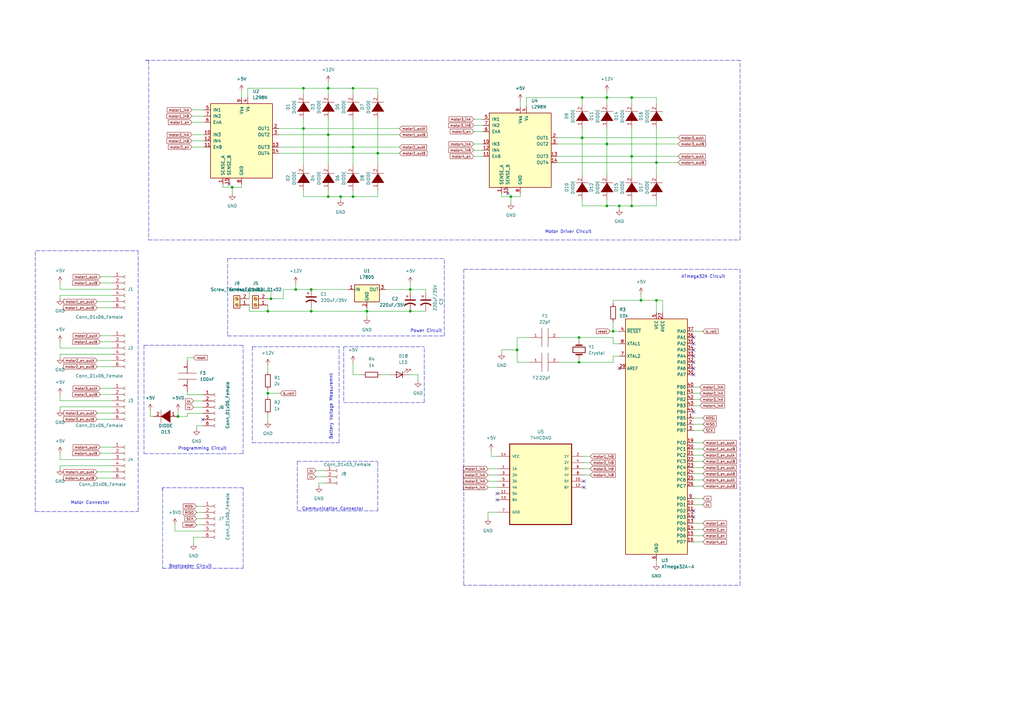
<source format=kicad_sch>
(kicad_sch (version 20211123) (generator eeschema)
  (paper "A3")
  (lib_symbols
    (symbol "74HC04D:74HC04D" (pin_names (offset 1.016))
      (property "Reference" "U" (at -5.4472 15.2217 0))
      (property "Value" "74HC04D" (at -4.5244 -24.9604 0))
      (symbol "74HC04D_0_0"
        (pin input line (at -17.78 2.54 0) (length 5.08) (name "1A") (number "1"))
        (pin output line (at 17.78 -2.54 180) (length 5.08) (name "5Y") (number "10"))
        (pin input line (at -17.78 -7.62 0) (length 5.08) (name "5A") (number "11"))
        (pin output line (at 17.78 -5.08 180) (length 5.08) (name "6Y") (number "12"))
        (pin input line (at -17.78 -10.16 0) (length 5.08) (name "6A") (number "13"))
        (pin power_in line (at -17.78 7.62 0) (length 5.08) (name "VCC") (number "14"))
        (pin output line (at 17.78 7.62 180) (length 5.08) (name "1Y") (number "2"))
        (pin input line (at -17.78 0 0) (length 5.08) (name "2A") (number "3"))
        (pin output line (at 17.78 5.08 180) (length 5.08) (name "2Y") (number "4"))
        (pin input line (at -17.78 -2.54 0) (length 5.08) (name "3A") (number "5"))
        (pin output line (at 17.78 2.54 180) (length 5.08) (name "3Y") (number "6"))
        (pin passive line (at -17.78 -15.24 0) (length 5.08) (name "GND") (number "7"))
        (pin output line (at 17.78 0 180) (length 5.08) (name "4Y") (number "8"))
        (pin input line (at -17.78 -5.08 0) (length 5.08) (name "4A") (number "9"))
      )
    )
    (symbol "Connector:Conn_01x03_Female" (pin_names (offset 1.016) hide)
      (property "Reference" "J" (at 0 5.08 0))
      (property "Value" "Conn_01x03_Female" (at 0 -5.08 0))
      (symbol "Conn_01x03_Female_1_1"
        (pin passive line (at -5.08 2.54 0) (length 3.81) (name "Pin_1") (number "1"))
        (pin passive line (at -5.08 0 0) (length 3.81) (name "Pin_2") (number "2"))
        (pin passive line (at -5.08 -2.54 0) (length 3.81) (name "Pin_3") (number "3"))
      )
    )
    (symbol "Connector:Conn_01x06_Female" (pin_names (offset 1.016) hide)
      (property "Reference" "J" (at 0 7.62 0))
      (property "Value" "Conn_01x06_Female" (at 0 -10.16 0))
      (symbol "Conn_01x06_Female_1_1"
        (pin passive line (at -5.08 5.08 0) (length 3.81) (name "Pin_1") (number "1"))
        (pin passive line (at -5.08 2.54 0) (length 3.81) (name "Pin_2") (number "2"))
        (pin passive line (at -5.08 0 0) (length 3.81) (name "Pin_3") (number "3"))
        (pin passive line (at -5.08 -2.54 0) (length 3.81) (name "Pin_4") (number "4"))
        (pin passive line (at -5.08 -5.08 0) (length 3.81) (name "Pin_5") (number "5"))
        (pin passive line (at -5.08 -7.62 0) (length 3.81) (name "Pin_6") (number "6"))
      )
    )
    (symbol "Connector:Screw_Terminal_01x02" (pin_names (offset 1.016) hide)
      (property "Reference" "J" (at 0 2.54 0))
      (property "Value" "Screw_Terminal_01x02" (at 0 -5.08 0))
      (symbol "Screw_Terminal_01x02_1_1"
        (pin passive line (at -5.08 0 0) (length 3.81) (name "Pin_1") (number "1"))
        (pin passive line (at -5.08 -2.54 0) (length 3.81) (name "Pin_2") (number "2"))
      )
    )
    (symbol "Device:C_Polarized_US" (pin_numbers hide) (pin_names (offset 0.254) hide)
      (property "Reference" "C" (at 0.635 2.54 0))
      (property "Value" "C_Polarized_US" (at 0.635 -2.54 0))
      (symbol "C_Polarized_US_1_1"
        (pin passive line (at 0 3.81 270) (length 2.794) (name "~") (number "1"))
        (pin passive line (at 0 -3.81 90) (length 3.302) (name "~") (number "2"))
      )
    )
    (symbol "Device:Crystal" (pin_numbers hide) (pin_names (offset 1.016) hide)
      (property "Reference" "Y" (at 0 3.81 0))
      (property "Value" "Crystal" (at 0 -3.81 0))
      (symbol "Crystal_1_1"
        (pin passive line (at -3.81 0 0) (length 1.27) (name "1") (number "1"))
        (pin passive line (at 3.81 0 180) (length 1.27) (name "2") (number "2"))
      )
    )
    (symbol "Device:LED" (pin_numbers hide) (pin_names (offset 1.016) hide)
      (property "Reference" "D" (at 0 2.54 0))
      (property "Value" "LED" (at 0 -2.54 0))
      (symbol "LED_1_1"
        (pin passive line (at -3.81 0 0) (length 2.54) (name "K") (number "1"))
        (pin passive line (at 3.81 0 180) (length 2.54) (name "A") (number "2"))
      )
    )
    (symbol "Device:R" (pin_numbers hide) (pin_names (offset 0))
      (property "Reference" "R" (at 2.032 0 90))
      (property "Value" "R" (at 0 0 90))
      (symbol "R_1_1"
        (pin passive line (at 0 3.81 270) (length 1.27) (name "~") (number "1"))
        (pin passive line (at 0 -3.81 90) (length 1.27) (name "~") (number "2"))
      )
    )
    (symbol "Driver_Motor:L298N" (pin_names (offset 1.016))
      (property "Reference" "U" (at -10.16 16.51 0))
      (property "Value" "L298N" (at 12.7 16.51 0))
      (symbol "L298N_1_1"
        (pin power_in line (at -7.62 -17.78 90) (length 2.54) (name "SENSE_A") (number "1"))
        (pin input line (at -15.24 2.54 0) (length 2.54) (name "IN3") (number "10"))
        (pin input line (at -15.24 -2.54 0) (length 2.54) (name "EnB") (number "11"))
        (pin input line (at -15.24 0 0) (length 2.54) (name "IN4") (number "12"))
        (pin output line (at 15.24 -2.54 180) (length 2.54) (name "OUT3") (number "13"))
        (pin output line (at 15.24 -5.08 180) (length 2.54) (name "OUT4") (number "14"))
        (pin power_in line (at -5.08 -17.78 90) (length 2.54) (name "SENSE_B") (number "15"))
        (pin output line (at 15.24 5.08 180) (length 2.54) (name "OUT1") (number "2"))
        (pin output line (at 15.24 2.54 180) (length 2.54) (name "OUT2") (number "3"))
        (pin power_in line (at 2.54 17.78 270) (length 2.54) (name "Vs") (number "4"))
        (pin input line (at -15.24 12.7 0) (length 2.54) (name "IN1") (number "5"))
        (pin input line (at -15.24 7.62 0) (length 2.54) (name "EnA") (number "6"))
        (pin input line (at -15.24 10.16 0) (length 2.54) (name "IN2") (number "7"))
        (pin power_in line (at 0 -17.78 90) (length 2.54) (name "GND") (number "8"))
        (pin power_in line (at 0 17.78 270) (length 2.54) (name "Vss") (number "9"))
      )
    )
    (symbol "MCU_Microchip_ATmega:ATmega32A-A"
      (property "Reference" "U" (at -12.7 49.53 0))
      (property "Value" "ATmega32A-A" (at 2.54 -49.53 0))
      (symbol "ATmega32A-A_1_1"
        (pin bidirectional line (at 15.24 7.62 180) (length 2.54) (name "PB5") (number "1"))
        (pin bidirectional line (at 15.24 -27.94 180) (length 2.54) (name "PD1") (number "10"))
        (pin bidirectional line (at 15.24 -30.48 180) (length 2.54) (name "PD2") (number "11"))
        (pin bidirectional line (at 15.24 -33.02 180) (length 2.54) (name "PD3") (number "12"))
        (pin bidirectional line (at 15.24 -35.56 180) (length 2.54) (name "PD4") (number "13"))
        (pin bidirectional line (at 15.24 -38.1 180) (length 2.54) (name "PD5") (number "14"))
        (pin bidirectional line (at 15.24 -40.64 180) (length 2.54) (name "PD6") (number "15"))
        (pin bidirectional line (at 15.24 -43.18 180) (length 2.54) (name "PD7") (number "16"))
        (pin passive line (at 0 50.8 270) (length 2.54) hide (name "VCC") (number "17"))
        (pin passive line (at 0 -50.8 90) (length 2.54) hide (name "GND") (number "18"))
        (pin bidirectional line (at 15.24 -2.54 180) (length 2.54) (name "PC0") (number "19"))
        (pin bidirectional line (at 15.24 5.08 180) (length 2.54) (name "PB6") (number "2"))
        (pin bidirectional line (at 15.24 -5.08 180) (length 2.54) (name "PC1") (number "20"))
        (pin bidirectional line (at 15.24 -7.62 180) (length 2.54) (name "PC2") (number "21"))
        (pin bidirectional line (at 15.24 -10.16 180) (length 2.54) (name "PC3") (number "22"))
        (pin bidirectional line (at 15.24 -12.7 180) (length 2.54) (name "PC4") (number "23"))
        (pin bidirectional line (at 15.24 -15.24 180) (length 2.54) (name "PC5") (number "24"))
        (pin bidirectional line (at 15.24 -17.78 180) (length 2.54) (name "PC6") (number "25"))
        (pin bidirectional line (at 15.24 -20.32 180) (length 2.54) (name "PC7") (number "26"))
        (pin power_in line (at 2.54 50.8 270) (length 2.54) (name "AVCC") (number "27"))
        (pin passive line (at 0 -50.8 90) (length 2.54) hide (name "GND") (number "28"))
        (pin passive line (at -15.24 27.94 0) (length 2.54) (name "AREF") (number "29"))
        (pin bidirectional line (at 15.24 2.54 180) (length 2.54) (name "PB7") (number "3"))
        (pin bidirectional line (at 15.24 25.4 180) (length 2.54) (name "PA7") (number "30"))
        (pin bidirectional line (at 15.24 27.94 180) (length 2.54) (name "PA6") (number "31"))
        (pin bidirectional line (at 15.24 30.48 180) (length 2.54) (name "PA5") (number "32"))
        (pin bidirectional line (at 15.24 33.02 180) (length 2.54) (name "PA4") (number "33"))
        (pin bidirectional line (at 15.24 35.56 180) (length 2.54) (name "PA3") (number "34"))
        (pin bidirectional line (at 15.24 38.1 180) (length 2.54) (name "PA2") (number "35"))
        (pin bidirectional line (at 15.24 40.64 180) (length 2.54) (name "PA1") (number "36"))
        (pin bidirectional line (at 15.24 43.18 180) (length 2.54) (name "PA0") (number "37"))
        (pin passive line (at 0 50.8 270) (length 2.54) hide (name "VCC") (number "38"))
        (pin passive line (at 0 -50.8 90) (length 2.54) hide (name "GND") (number "39"))
        (pin input line (at -15.24 43.18 0) (length 2.54) (name "~{RESET}") (number "4"))
        (pin bidirectional line (at 15.24 20.32 180) (length 2.54) (name "PB0") (number "40"))
        (pin bidirectional line (at 15.24 17.78 180) (length 2.54) (name "PB1") (number "41"))
        (pin bidirectional line (at 15.24 15.24 180) (length 2.54) (name "PB2") (number "42"))
        (pin bidirectional line (at 15.24 12.7 180) (length 2.54) (name "PB3") (number "43"))
        (pin bidirectional line (at 15.24 10.16 180) (length 2.54) (name "PB4") (number "44"))
        (pin power_in line (at 0 50.8 270) (length 2.54) (name "VCC") (number "5"))
        (pin power_in line (at 0 -50.8 90) (length 2.54) (name "GND") (number "6"))
        (pin output line (at -15.24 33.02 0) (length 2.54) (name "XTAL2") (number "7"))
        (pin input line (at -15.24 38.1 0) (length 2.54) (name "XTAL1") (number "8"))
        (pin bidirectional line (at 15.24 -25.4 180) (length 2.54) (name "PD0") (number "9"))
      )
    )
    (symbol "Regulator_Linear:L7805" (pin_names (offset 0.254))
      (property "Reference" "U" (at -3.81 3.175 0))
      (property "Value" "L7805" (at 0 3.175 0))
      (symbol "L7805_1_1"
        (pin power_in line (at -7.62 0 0) (length 2.54) (name "IN") (number "1"))
        (pin power_in line (at 0 -7.62 90) (length 2.54) (name "GND") (number "2"))
        (pin power_out line (at 7.62 0 180) (length 2.54) (name "OUT") (number "3"))
      )
    )
    (symbol "power:+12V" (power) (pin_names (offset 0))
      (property "Value" "+12V" (at 0 3.556 0))
      (symbol "+12V_1_1"
        (pin power_in line (at 0 0 90) (length 0) hide (name "+12V") (number "1"))
      )
    )
    (symbol "power:+5V" (power) (pin_names (offset 0))
      (property "Value" "+5V" (at 0 3.556 0))
      (symbol "+5V_1_1"
        (pin power_in line (at 0 0 90) (length 0) hide (name "+5V") (number "1"))
      )
    )
    (symbol "power:+5VD" (power) (pin_names (offset 0))
      (property "Value" "+5VD" (at 0 3.556 0))
      (symbol "+5VD_1_1"
        (pin power_in line (at 0 0 90) (length 0) hide (name "+5VD") (number "1"))
      )
    )
    (symbol "power:GND" (power) (pin_names (offset 0))
      (property "Value" "GND" (at 0 -3.81 0))
      (symbol "GND_1_1"
        (pin power_in line (at 0 0 270) (length 0) hide (name "GND") (number "1"))
      )
    )
    (symbol "pspice:CAP" (pin_names (offset 0.254))
      (property "Reference" "C" (at 2.54 3.81 90))
      (property "Value" "CAP" (at 2.54 -3.81 90))
      (symbol "CAP_1_1"
        (pin passive line (at 0 6.35 270) (length 5.08) (name "~") (number "1"))
        (pin passive line (at 0 -6.35 90) (length 5.08) (name "~") (number "2"))
      )
    )
    (symbol "pspice:DIODE" (pin_names (offset 1.016) hide)
      (property "Reference" "D" (at 0 3.81 0))
      (property "Value" "DIODE" (at 0 -4.445 0))
      (symbol "DIODE_1_1"
        (pin input line (at -5.08 0 0) (length 3.81) (name "K") (number "1"))
        (pin input line (at 5.08 0 180) (length 3.81) (name "A") (number "2"))
      )
    )
  )
  (junction (at 262.89 123.19))
  (junction (at 150.495 127.635))
  (junction (at 134.62 36.195))
  (junction (at 111.125 122.555))
  (junction (at 238.76 56.515))
  (junction (at 209.55 80.645))
  (junction (at 248.92 59.055))
  (junction (at 259.08 84.455))
  (junction (at 254 84.455))
  (junction (at 127.635 118.745))
  (junction (at 109.855 127.635))
  (junction (at 127.635 127.635))
  (junction (at 259.08 64.135))
  (junction (at 248.92 84.455))
  (junction (at 109.855 161.29))
  (junction (at 144.78 36.195))
  (junction (at 269.24 123.19))
  (junction (at 144.78 60.325))
  (junction (at 212.09 143.51))
  (junction (at 121.285 118.745))
  (junction (at 259.08 40.005))
  (junction (at 154.94 62.865))
  (junction (at 73.025 170.815))
  (junction (at 251.46 135.89))
  (junction (at 238.76 40.005))
  (junction (at 269.24 66.675))
  (junction (at 168.275 118.745))
  (junction (at 134.62 55.245))
  (junction (at 124.46 52.705))
  (junction (at 237.49 148.59))
  (junction (at 168.275 127.635))
  (junction (at 248.92 40.005))
  (junction (at 124.46 36.195))
  (junction (at 144.78 80.645))
  (junction (at 134.62 80.645))
  (junction (at 139.7 80.645))
  (junction (at 95.25 76.835))
  (junction (at 237.49 138.43))
  (no_connect (at 93.98 75.565))
  (no_connect (at 203.962 204.978))
  (no_connect (at 239.522 199.898))
  (no_connect (at 284.48 140.97))
  (no_connect (at 284.48 151.13))
  (no_connect (at 203.962 202.438))
  (no_connect (at 254 151.13))
  (no_connect (at 284.48 143.51))
  (no_connect (at 208.28 79.375))
  (no_connect (at 284.48 212.09))
  (no_connect (at 239.522 197.358))
  (no_connect (at 284.48 209.55))
  (no_connect (at 284.48 148.59))
  (no_connect (at 284.48 146.05))
  (no_connect (at 83.185 172.085))
  (no_connect (at 284.48 153.67))
  (no_connect (at 284.48 168.91))
  (no_connect (at 284.48 138.43))
  (wire (pts (xy 238.76 84.455) (xy 248.92 84.455)))
  (wire (pts (xy 78.74 60.325) (xy 83.82 60.325)))
  (wire (pts (xy 144.78 78.105) (xy 144.78 80.645)))
  (wire (pts (xy 46.228 166.878) (xy 24.638 166.878)))
  (wire (pts (xy 251.46 135.89) (xy 254 135.89)))
  (polyline (pts (xy 99.695 233.045) (xy 99.695 200.025)))
  (polyline (pts (xy 59.69 24.765) (xy 60.96 24.765)))
  (wire (pts (xy 101.6 36.195) (xy 124.46 36.195)))
  (wire (pts (xy 39.878 147.828) (xy 46.228 147.828)))
  (wire (pts (xy 116.205 122.555) (xy 116.205 118.745)))
  (wire (pts (xy 139.7 80.645) (xy 144.78 80.645)))
  (polyline (pts (xy 198.12 240.03) (xy 190.246 240.03)))
  (wire (pts (xy 76.835 170.815) (xy 76.835 169.545)))
  (wire (pts (xy 174.625 118.745) (xy 174.625 120.015)))
  (wire (pts (xy 213.36 41.275) (xy 213.36 43.815)))
  (wire (pts (xy 109.855 170.18) (xy 109.855 172.72)))
  (wire (pts (xy 109.855 122.555) (xy 111.125 122.555)))
  (wire (pts (xy 114.3 62.865) (xy 154.94 62.865)))
  (wire (pts (xy 61.595 168.275) (xy 61.595 170.815)))
  (wire (pts (xy 238.76 56.515) (xy 238.76 71.755)))
  (wire (pts (xy 154.94 62.865) (xy 154.94 67.945)))
  (wire (pts (xy 262.89 123.19) (xy 269.24 123.19)))
  (wire (pts (xy 144.78 148.59) (xy 144.78 153.67)))
  (wire (pts (xy 24.638 161.798) (xy 24.638 164.338)))
  (wire (pts (xy 39.878 171.958) (xy 46.228 171.958)))
  (wire (pts (xy 171.45 153.67) (xy 171.45 156.21)))
  (wire (pts (xy 194.31 53.975) (xy 198.12 53.975)))
  (wire (pts (xy 39.878 150.368) (xy 46.228 150.368)))
  (wire (pts (xy 239.522 192.278) (xy 242.062 192.278)))
  (polyline (pts (xy 59.055 141.605) (xy 59.055 186.055)))
  (polyline (pts (xy 56.642 102.87) (xy 56.642 209.804)))
  (wire (pts (xy 154.94 62.865) (xy 163.83 62.865)))
  (polyline (pts (xy 121.92 189.23) (xy 121.92 209.55)))
  (wire (pts (xy 111.125 119.38) (xy 111.125 122.555)))
  (wire (pts (xy 284.48 181.61) (xy 288.29 181.61)))
  (wire (pts (xy 99.06 37.465) (xy 99.06 40.005)))
  (wire (pts (xy 194.31 48.895) (xy 198.12 48.895)))
  (wire (pts (xy 101.6 40.005) (xy 101.6 36.195)))
  (wire (pts (xy 194.31 59.055) (xy 198.12 59.055)))
  (wire (pts (xy 39.878 126.238) (xy 46.228 126.238)))
  (wire (pts (xy 124.46 78.105) (xy 124.46 80.645)))
  (polyline (pts (xy 198.12 110.49) (xy 303.53 110.49)))
  (polyline (pts (xy 198.12 240.03) (xy 303.53 240.03)))
  (polyline (pts (xy 182.245 137.795) (xy 182.245 106.045)))
  (wire (pts (xy 71.755 215.265) (xy 71.755 217.805)))
  (wire (pts (xy 228.6 56.515) (xy 238.76 56.515)))
  (polyline (pts (xy 103.505 181.61) (xy 139.065 181.61)))
  (wire (pts (xy 158.115 118.745) (xy 168.275 118.745)))
  (wire (pts (xy 46.228 191.008) (xy 24.638 191.008)))
  (wire (pts (xy 259.08 84.455) (xy 269.24 84.455)))
  (wire (pts (xy 79.375 220.345) (xy 79.375 222.885)))
  (wire (pts (xy 24.638 185.928) (xy 24.638 188.468)))
  (wire (pts (xy 156.21 153.67) (xy 160.02 153.67)))
  (wire (pts (xy 124.46 36.195) (xy 134.62 36.195)))
  (wire (pts (xy 71.755 217.805) (xy 83.185 217.805)))
  (wire (pts (xy 24.638 191.008) (xy 24.638 192.278)))
  (wire (pts (xy 168.275 118.745) (xy 168.275 120.015)))
  (wire (pts (xy 254 84.455) (xy 259.08 84.455)))
  (polyline (pts (xy 154.94 209.55) (xy 154.94 189.23)))
  (polyline (pts (xy 59.055 141.605) (xy 99.695 141.605)))
  (wire (pts (xy 168.275 116.205) (xy 168.275 118.745)))
  (wire (pts (xy 41.148 159.258) (xy 46.228 159.258)))
  (wire (pts (xy 238.76 81.915) (xy 238.76 84.455)))
  (wire (pts (xy 41.148 113.538) (xy 46.228 113.538)))
  (wire (pts (xy 24.638 142.748) (xy 46.228 142.748)))
  (polyline (pts (xy 173.99 165.1) (xy 173.99 142.24)))
  (wire (pts (xy 76.835 169.545) (xy 83.185 169.545)))
  (wire (pts (xy 133.35 198.12) (xy 130.81 198.12)))
  (wire (pts (xy 41.148 137.668) (xy 46.228 137.668)))
  (wire (pts (xy 284.48 189.23) (xy 288.29 189.23)))
  (wire (pts (xy 154.94 48.895) (xy 154.94 62.865)))
  (polyline (pts (xy 190.246 240.03) (xy 190.246 110.49)))
  (wire (pts (xy 203.962 210.058) (xy 200.152 210.058)))
  (wire (pts (xy 79.375 146.685) (xy 76.835 146.685)))
  (wire (pts (xy 284.48 214.63) (xy 288.29 214.63)))
  (polyline (pts (xy 66.675 200.025) (xy 66.675 233.045)))
  (wire (pts (xy 61.595 170.815) (xy 62.865 170.815)))
  (wire (pts (xy 228.6 66.675) (xy 269.24 66.675)))
  (wire (pts (xy 251.46 123.19) (xy 262.89 123.19)))
  (wire (pts (xy 134.62 36.195) (xy 144.78 36.195)))
  (polyline (pts (xy 14.478 103.124) (xy 14.478 209.804)))
  (wire (pts (xy 250.19 135.89) (xy 251.46 135.89)))
  (wire (pts (xy 237.49 148.59) (xy 251.46 148.59)))
  (wire (pts (xy 80.645 174.625) (xy 80.645 175.895)))
  (wire (pts (xy 238.76 56.515) (xy 278.13 56.515)))
  (wire (pts (xy 24.638 166.878) (xy 24.638 168.148)))
  (polyline (pts (xy 99.695 200.025) (xy 66.675 200.025)))
  (wire (pts (xy 134.62 55.245) (xy 134.62 67.945)))
  (wire (pts (xy 259.08 64.135) (xy 259.08 71.755)))
  (wire (pts (xy 284.48 207.01) (xy 288.29 207.01)))
  (wire (pts (xy 209.55 80.645) (xy 209.55 83.185)))
  (wire (pts (xy 269.24 66.675) (xy 269.24 71.755)))
  (wire (pts (xy 239.522 187.198) (xy 242.062 187.198)))
  (wire (pts (xy 284.48 191.77) (xy 288.29 191.77)))
  (polyline (pts (xy 103.505 142.24) (xy 103.505 181.61)))
  (wire (pts (xy 109.855 160.02) (xy 109.855 161.29)))
  (wire (pts (xy 259.08 40.005) (xy 259.08 42.545)))
  (wire (pts (xy 194.31 64.135) (xy 198.12 64.135)))
  (wire (pts (xy 201.422 187.198) (xy 203.962 187.198)))
  (wire (pts (xy 41.148 161.798) (xy 46.228 161.798)))
  (wire (pts (xy 201.422 184.658) (xy 201.422 187.198)))
  (wire (pts (xy 144.78 60.325) (xy 163.83 60.325)))
  (wire (pts (xy 251.46 124.46) (xy 251.46 123.19)))
  (wire (pts (xy 284.48 184.15) (xy 288.29 184.15)))
  (polyline (pts (xy 14.478 209.804) (xy 56.642 209.804)))
  (wire (pts (xy 194.31 51.435) (xy 198.12 51.435)))
  (wire (pts (xy 114.3 52.705) (xy 124.46 52.705)))
  (wire (pts (xy 238.76 40.005) (xy 248.92 40.005)))
  (wire (pts (xy 78.74 47.625) (xy 83.82 47.625)))
  (wire (pts (xy 24.638 116.078) (xy 24.638 118.618)))
  (wire (pts (xy 134.62 33.655) (xy 134.62 36.195)))
  (polyline (pts (xy 60.96 24.765) (xy 60.96 98.425)))
  (wire (pts (xy 251.46 138.43) (xy 251.46 140.97)))
  (wire (pts (xy 41.148 183.388) (xy 46.228 183.388)))
  (wire (pts (xy 116.205 118.745) (xy 121.285 118.745)))
  (wire (pts (xy 134.62 36.195) (xy 134.62 38.735)))
  (wire (pts (xy 95.25 76.835) (xy 99.06 76.835)))
  (polyline (pts (xy 14.732 102.87) (xy 56.642 102.87)))
  (polyline (pts (xy 99.695 186.055) (xy 99.695 141.605)))
  (wire (pts (xy 251.46 140.97) (xy 254 140.97)))
  (wire (pts (xy 205.74 79.375) (xy 205.74 80.645)))
  (wire (pts (xy 127.635 127.635) (xy 150.495 127.635)))
  (wire (pts (xy 269.24 40.005) (xy 269.24 42.545)))
  (wire (pts (xy 102.235 125.095) (xy 102.235 127.635)))
  (wire (pts (xy 80.645 207.645) (xy 83.185 207.645)))
  (wire (pts (xy 24.638 140.208) (xy 24.638 142.748)))
  (wire (pts (xy 129.54 193.04) (xy 133.35 193.04)))
  (wire (pts (xy 91.44 75.565) (xy 91.44 76.835)))
  (wire (pts (xy 248.92 84.455) (xy 254 84.455)))
  (wire (pts (xy 24.638 164.338) (xy 46.228 164.338)))
  (wire (pts (xy 144.78 60.325) (xy 144.78 67.945)))
  (wire (pts (xy 24.638 121.158) (xy 24.638 122.428)))
  (wire (pts (xy 167.64 153.67) (xy 171.45 153.67)))
  (wire (pts (xy 24.638 145.288) (xy 24.638 146.558)))
  (wire (pts (xy 205.74 80.645) (xy 209.55 80.645)))
  (polyline (pts (xy 66.675 200.025) (xy 66.675 201.295)))
  (wire (pts (xy 254 84.455) (xy 254 85.725)))
  (wire (pts (xy 134.62 80.645) (xy 134.62 78.105)))
  (wire (pts (xy 284.48 186.69) (xy 288.29 186.69)))
  (wire (pts (xy 41.148 185.928) (xy 46.228 185.928)))
  (wire (pts (xy 251.46 146.05) (xy 254 146.05)))
  (wire (pts (xy 212.09 143.51) (xy 212.09 148.59)))
  (polyline (pts (xy 140.97 165.1) (xy 173.99 165.1)))
  (polyline (pts (xy 66.675 233.045) (xy 99.695 233.045)))
  (wire (pts (xy 127.635 127.635) (xy 127.635 126.365)))
  (wire (pts (xy 200.152 194.818) (xy 203.962 194.818)))
  (wire (pts (xy 102.235 122.555) (xy 102.235 119.38)))
  (wire (pts (xy 212.09 148.59) (xy 217.17 148.59)))
  (wire (pts (xy 228.6 64.135) (xy 259.08 64.135)))
  (wire (pts (xy 73.025 168.275) (xy 73.025 170.815)))
  (wire (pts (xy 212.09 138.43) (xy 212.09 143.51)))
  (wire (pts (xy 114.3 55.245) (xy 134.62 55.245)))
  (wire (pts (xy 269.24 66.675) (xy 278.13 66.675)))
  (wire (pts (xy 109.855 161.29) (xy 114.935 161.29)))
  (wire (pts (xy 79.375 164.465) (xy 83.185 164.465)))
  (wire (pts (xy 109.855 125.095) (xy 109.855 127.635)))
  (wire (pts (xy 215.9 40.005) (xy 238.76 40.005)))
  (wire (pts (xy 78.74 55.245) (xy 83.82 55.245)))
  (wire (pts (xy 229.87 138.43) (xy 237.49 138.43)))
  (polyline (pts (xy 139.065 181.61) (xy 139.065 142.24)))
  (wire (pts (xy 80.645 212.725) (xy 83.185 212.725)))
  (wire (pts (xy 76.835 161.925) (xy 83.185 161.925)))
  (polyline (pts (xy 59.69 24.765) (xy 303.53 24.765)))
  (wire (pts (xy 205.74 143.51) (xy 212.09 143.51)))
  (wire (pts (xy 76.835 146.685) (xy 76.835 147.955)))
  (wire (pts (xy 251.46 132.08) (xy 251.46 135.89)))
  (wire (pts (xy 109.855 149.86) (xy 109.855 152.4)))
  (wire (pts (xy 259.08 52.705) (xy 259.08 64.135)))
  (wire (pts (xy 102.235 127.635) (xy 109.855 127.635)))
  (wire (pts (xy 144.78 36.195) (xy 144.78 38.735)))
  (wire (pts (xy 284.48 219.71) (xy 288.29 219.71)))
  (wire (pts (xy 41.148 140.208) (xy 46.228 140.208)))
  (wire (pts (xy 262.89 120.65) (xy 262.89 123.19)))
  (wire (pts (xy 39.878 193.548) (xy 46.228 193.548)))
  (wire (pts (xy 205.74 144.78) (xy 205.74 143.51)))
  (wire (pts (xy 217.17 138.43) (xy 212.09 138.43)))
  (wire (pts (xy 284.48 171.45) (xy 288.29 171.45)))
  (polyline (pts (xy 60.96 98.425) (xy 303.53 98.425)))
  (wire (pts (xy 194.31 61.595) (xy 198.12 61.595)))
  (wire (pts (xy 200.152 199.898) (xy 203.962 199.898)))
  (wire (pts (xy 24.638 188.468) (xy 46.228 188.468)))
  (wire (pts (xy 39.878 196.088) (xy 46.228 196.088)))
  (wire (pts (xy 284.48 204.47) (xy 288.29 204.47)))
  (wire (pts (xy 213.36 80.645) (xy 213.36 79.375)))
  (wire (pts (xy 238.76 52.705) (xy 238.76 56.515)))
  (wire (pts (xy 134.62 48.895) (xy 134.62 55.245)))
  (wire (pts (xy 124.46 48.895) (xy 124.46 52.705)))
  (wire (pts (xy 259.08 40.005) (xy 269.24 40.005)))
  (wire (pts (xy 284.48 173.99) (xy 288.29 173.99)))
  (wire (pts (xy 237.49 147.32) (xy 237.49 148.59)))
  (wire (pts (xy 39.878 123.698) (xy 46.228 123.698)))
  (wire (pts (xy 124.46 80.645) (xy 134.62 80.645)))
  (wire (pts (xy 83.185 220.345) (xy 79.375 220.345)))
  (wire (pts (xy 269.24 84.455) (xy 269.24 81.915)))
  (wire (pts (xy 150.495 127.635) (xy 150.495 130.175)))
  (wire (pts (xy 284.48 135.89) (xy 288.29 135.89)))
  (wire (pts (xy 134.62 55.245) (xy 163.83 55.245)))
  (wire (pts (xy 129.54 195.58) (xy 133.35 195.58)))
  (wire (pts (xy 109.855 161.29) (xy 109.855 162.56)))
  (wire (pts (xy 124.46 36.195) (xy 124.46 38.735)))
  (wire (pts (xy 73.025 170.815) (xy 76.835 170.815)))
  (wire (pts (xy 78.74 57.785) (xy 83.82 57.785)))
  (wire (pts (xy 269.24 52.705) (xy 269.24 66.675)))
  (wire (pts (xy 200.152 210.058) (xy 200.152 212.598)))
  (wire (pts (xy 83.185 174.625) (xy 80.645 174.625)))
  (polyline (pts (xy 93.345 106.045) (xy 182.245 106.045)))
  (wire (pts (xy 269.24 123.19) (xy 271.78 123.19)))
  (wire (pts (xy 259.08 64.135) (xy 278.13 64.135)))
  (wire (pts (xy 248.92 37.465) (xy 248.92 40.005)))
  (wire (pts (xy 200.152 197.358) (xy 203.962 197.358)))
  (wire (pts (xy 248.92 52.705) (xy 248.92 59.055)))
  (wire (pts (xy 248.92 84.455) (xy 248.92 81.915)))
  (polyline (pts (xy 121.92 189.23) (xy 154.94 189.23)))
  (wire (pts (xy 41.148 116.078) (xy 46.228 116.078)))
  (wire (pts (xy 24.638 118.618) (xy 46.228 118.618)))
  (wire (pts (xy 76.835 160.655) (xy 76.835 161.925)))
  (wire (pts (xy 168.275 127.635) (xy 174.625 127.635)))
  (polyline (pts (xy 140.97 142.24) (xy 140.97 165.1)))
  (wire (pts (xy 168.275 118.745) (xy 174.625 118.745)))
  (wire (pts (xy 284.48 166.37) (xy 287.02 166.37)))
  (wire (pts (xy 150.495 127.635) (xy 150.495 126.365)))
  (wire (pts (xy 248.92 59.055) (xy 278.13 59.055)))
  (wire (pts (xy 248.92 59.055) (xy 248.92 71.755)))
  (wire (pts (xy 91.44 76.835) (xy 95.25 76.835)))
  (wire (pts (xy 127.635 118.745) (xy 142.875 118.745)))
  (polyline (pts (xy 121.92 209.55) (xy 154.94 209.55)))
  (polyline (pts (xy 103.505 142.24) (xy 139.065 142.24)))
  (wire (pts (xy 124.46 52.705) (xy 163.83 52.705)))
  (wire (pts (xy 259.08 81.915) (xy 259.08 84.455)))
  (wire (pts (xy 78.74 50.165) (xy 83.82 50.165)))
  (polyline (pts (xy 140.97 142.24) (xy 173.99 142.24)))
  (wire (pts (xy 269.24 123.19) (xy 269.24 128.27)))
  (wire (pts (xy 284.48 222.25) (xy 288.29 222.25)))
  (wire (pts (xy 130.81 198.12) (xy 130.81 199.39)))
  (wire (pts (xy 238.76 40.005) (xy 238.76 42.545)))
  (wire (pts (xy 239.522 189.738) (xy 242.062 189.738)))
  (wire (pts (xy 121.285 116.205) (xy 121.285 118.745)))
  (wire (pts (xy 228.6 59.055) (xy 248.92 59.055)))
  (wire (pts (xy 111.125 122.555) (xy 116.205 122.555)))
  (wire (pts (xy 80.645 215.265) (xy 83.185 215.265)))
  (wire (pts (xy 251.46 148.59) (xy 251.46 146.05)))
  (wire (pts (xy 209.55 80.645) (xy 213.36 80.645)))
  (polyline (pts (xy 93.345 106.045) (xy 93.345 137.795)))
  (polyline (pts (xy 190.246 110.49) (xy 198.374 110.49)))
  (polyline (pts (xy 93.345 137.795) (xy 182.245 137.795)))
  (wire (pts (xy 284.48 196.85) (xy 288.29 196.85)))
  (wire (pts (xy 215.9 43.815) (xy 215.9 40.005)))
  (wire (pts (xy 79.375 167.005) (xy 83.185 167.005)))
  (wire (pts (xy 139.7 80.645) (xy 139.7 81.915)))
  (wire (pts (xy 80.645 210.185) (xy 83.185 210.185)))
  (wire (pts (xy 46.228 145.288) (xy 24.638 145.288)))
  (wire (pts (xy 39.878 169.418) (xy 46.228 169.418)))
  (polyline (pts (xy 59.055 186.055) (xy 99.695 186.055)))
  (wire (pts (xy 134.62 80.645) (xy 139.7 80.645)))
  (wire (pts (xy 237.49 138.43) (xy 251.46 138.43)))
  (wire (pts (xy 124.46 52.705) (xy 124.46 67.945)))
  (wire (pts (xy 144.78 48.895) (xy 144.78 60.325)))
  (wire (pts (xy 239.522 194.818) (xy 242.062 194.818)))
  (wire (pts (xy 102.235 119.38) (xy 111.125 119.38)))
  (wire (pts (xy 114.3 60.325) (xy 144.78 60.325)))
  (wire (pts (xy 99.06 76.835) (xy 99.06 75.565)))
  (wire (pts (xy 284.48 199.39) (xy 288.29 199.39)))
  (polyline (pts (xy 303.53 98.425) (xy 303.53 24.765)))
  (wire (pts (xy 284.48 217.17) (xy 288.29 217.17)))
  (wire (pts (xy 144.78 153.67) (xy 148.59 153.67)))
  (wire (pts (xy 248.92 40.005) (xy 248.92 42.545)))
  (wire (pts (xy 95.25 76.835) (xy 95.25 79.375)))
  (wire (pts (xy 200.152 192.278) (xy 203.962 192.278)))
  (wire (pts (xy 109.855 127.635) (xy 127.635 127.635)))
  (wire (pts (xy 154.94 80.645) (xy 154.94 78.105)))
  (wire (pts (xy 284.48 194.31) (xy 288.29 194.31)))
  (polyline (pts (xy 303.53 240.03) (xy 303.53 110.49)))
  (wire (pts (xy 284.48 163.83) (xy 287.02 163.83)))
  (wire (pts (xy 121.285 118.745) (xy 127.635 118.745)))
  (wire (pts (xy 284.48 158.75) (xy 287.02 158.75)))
  (wire (pts (xy 144.78 36.195) (xy 154.94 36.195)))
  (wire (pts (xy 46.228 121.158) (xy 24.638 121.158)))
  (wire (pts (xy 229.87 148.59) (xy 237.49 148.59)))
  (wire (pts (xy 78.74 45.085) (xy 83.82 45.085)))
  (wire (pts (xy 248.92 40.005) (xy 259.08 40.005)))
  (wire (pts (xy 284.48 176.53) (xy 288.29 176.53)))
  (wire (pts (xy 154.94 36.195) (xy 154.94 38.735)))
  (wire (pts (xy 237.49 139.7) (xy 237.49 138.43)))
  (wire (pts (xy 271.78 123.19) (xy 271.78 128.27)))
  (wire (pts (xy 144.78 80.645) (xy 154.94 80.645)))
  (wire (pts (xy 150.495 127.635) (xy 168.275 127.635)))
  (wire (pts (xy 284.48 161.29) (xy 287.02 161.29)))
  (wire (pts (xy 269.24 229.87) (xy 269.24 231.14)))
  (text "Battery Voltage Measuremnt\n" (at 136.525 180.34 90) (effects (font (size 1.27 1.27)) (justify left bottom)))
  (text "Bootloader Circuit" (at 69.215 233.045 0) (effects (font (size 1.27 1.27)) (justify left bottom)))
  (text "Motor Driver Circuit" (at 223.52 95.885 0) (effects (font (size 1.27 1.27)) (justify left bottom)))
  (text "Communication Connector\n" (at 123.825 209.55 0) (effects (font (size 1.27 1.27)) (justify left bottom)))
  (text "ATmega32A Circuit" (at 279.4 114.3 0) (effects (font (size 1.27 1.27)) (justify left bottom)))
  (text "Programming Circuit" (at 73.025 184.785 0) (effects (font (size 1.27 1.27)) (justify left bottom)))
  (text "Motor Connector" (at 28.956 207.01 0) (effects (font (size 1.27 1.27)) (justify left bottom)))
  (text "Power Circuit" (at 168.275 136.525 0) (effects (font (size 1.27 1.27)) (justify left bottom)))
  (global_label "motor3_en_outB" (shape input) (at 288.29 194.31 0) (effects (font (size 1 1))) (property "Intersheet References" "${INTERSHEET_REFS}" (effects hide)))
  (global_label "motor2_inA" (shape input) (at 78.74 55.245 180) (effects (font (size 1 1))) (property "Intersheet References" "${INTERSHEET_REFS}" (effects hide)))
  (global_label "motor4_inB" (shape input) (at 194.31 61.595 180) (effects (font (size 1 1))) (property "Intersheet References" "${INTERSHEET_REFS}" (effects hide)))
  (global_label "motor4_en" (shape input) (at 194.31 64.135 180) (effects (font (size 1 1))) (property "Intersheet References" "${INTERSHEET_REFS}" (effects hide)))
  (global_label "reset" (shape input) (at 250.19 135.89 180) (effects (font (size 1 1))) (property "Intersheet References" "${INTERSHEET_REFS}" (effects hide)))
  (global_label "tx" (shape input) (at 79.375 164.465 180) (effects (font (size 1 1))) (property "Intersheet References" "${INTERSHEET_REFS}" (effects hide)))
  (global_label "motor2_outB" (shape input) (at 163.83 62.865 0) (effects (font (size 1 1))) (property "Intersheet References" "${INTERSHEET_REFS}" (effects hide)))
  (global_label "SCK" (shape input) (at 80.645 212.725 180) (effects (font (size 1 1))) (property "Intersheet References" "${INTERSHEET_REFS}" (effects hide)))
  (global_label "motor4_outB" (shape input) (at 278.13 66.675 0) (effects (font (size 1 1))) (property "Intersheet References" "${INTERSHEET_REFS}" (effects hide)))
  (global_label "motor2_en_outB" (shape input) (at 39.878 150.368 180) (effects (font (size 1 1))) (property "Intersheet References" "${INTERSHEET_REFS}" (effects hide)))
  (global_label "tx" (shape input) (at 129.54 193.04 180) (effects (font (size 1 1))) (property "Intersheet References" "${INTERSHEET_REFS}" (effects hide)))
  (global_label "motor2_inA" (shape input) (at 200.152 194.818 180) (effects (font (size 1 1))) (property "Intersheet References" "${INTERSHEET_REFS}" (effects hide)))
  (global_label "motor1_outB" (shape input) (at 41.148 116.078 180) (effects (font (size 1 1))) (property "Intersheet References" "${INTERSHEET_REFS}" (effects hide)))
  (global_label "motor3_inA" (shape input) (at 194.31 48.895 180) (effects (font (size 1 1))) (property "Intersheet References" "${INTERSHEET_REFS}" (effects hide)))
  (global_label "motor1_en_outB" (shape input) (at 39.878 126.238 180) (effects (font (size 1 1))) (property "Intersheet References" "${INTERSHEET_REFS}" (effects hide)))
  (global_label "motor3_inB" (shape input) (at 194.31 51.435 180) (effects (font (size 1 1))) (property "Intersheet References" "${INTERSHEET_REFS}" (effects hide)))
  (global_label "MOSI" (shape input) (at 288.29 171.45 0) (effects (font (size 1 1))) (property "Intersheet References" "${INTERSHEET_REFS}" (effects hide)))
  (global_label "motor1_inA" (shape input) (at 287.02 158.75 0) (effects (font (size 1 1))) (property "Intersheet References" "${INTERSHEET_REFS}" (effects hide)))
  (global_label "motor3_outA" (shape input) (at 278.13 56.515 0) (effects (font (size 1 1))) (property "Intersheet References" "${INTERSHEET_REFS}" (effects hide)))
  (global_label "motor1_en_outB" (shape input) (at 288.29 184.15 0) (effects (font (size 1 1))) (property "Intersheet References" "${INTERSHEET_REFS}" (effects hide)))
  (global_label "motor4_inB" (shape input) (at 242.062 194.818 0) (effects (font (size 1 1))) (property "Intersheet References" "${INTERSHEET_REFS}" (effects hide)))
  (global_label "motor2_en_outA" (shape input) (at 288.29 186.69 0) (effects (font (size 1 1))) (property "Intersheet References" "${INTERSHEET_REFS}" (effects hide)))
  (global_label "motor3_inA" (shape input) (at 200.152 197.358 180) (effects (font (size 1 1))) (property "Intersheet References" "${INTERSHEET_REFS}" (effects hide)))
  (global_label "motor4_outA" (shape input) (at 41.148 183.388 180) (effects (font (size 1 1))) (property "Intersheet References" "${INTERSHEET_REFS}" (effects hide)))
  (global_label "motor4_inA" (shape input) (at 194.31 59.055 180) (effects (font (size 1 1))) (property "Intersheet References" "${INTERSHEET_REFS}" (effects hide)))
  (global_label "motor3_en" (shape input) (at 288.29 219.71 0) (effects (font (size 1 1))) (property "Intersheet References" "${INTERSHEET_REFS}" (effects hide)))
  (global_label "motor3_en_outB" (shape input) (at 39.878 171.958 180) (effects (font (size 1 1))) (property "Intersheet References" "${INTERSHEET_REFS}" (effects hide)))
  (global_label "motor1_en" (shape input) (at 288.29 214.63 0) (effects (font (size 1 1))) (property "Intersheet References" "${INTERSHEET_REFS}" (effects hide)))
  (global_label "MISO" (shape input) (at 80.645 210.185 180) (effects (font (size 1 1))) (property "Intersheet References" "${INTERSHEET_REFS}" (effects hide)))
  (global_label "reset" (shape input) (at 79.375 146.685 0) (effects (font (size 1 1))) (property "Intersheet References" "${INTERSHEET_REFS}" (effects hide)))
  (global_label "motor2_outA" (shape input) (at 41.148 137.668 180) (effects (font (size 1 1))) (property "Intersheet References" "${INTERSHEET_REFS}" (effects hide)))
  (global_label "b_volt" (shape input) (at 288.29 135.89 0) (effects (font (size 1 1))) (property "Intersheet References" "${INTERSHEET_REFS}" (effects hide)))
  (global_label "motor1_en_outA" (shape input) (at 39.878 123.698 180) (effects (font (size 1 1))) (property "Intersheet References" "${INTERSHEET_REFS}" (effects hide)))
  (global_label "motor2_inB" (shape input) (at 242.062 189.738 0) (effects (font (size 1 1))) (property "Intersheet References" "${INTERSHEET_REFS}" (effects hide)))
  (global_label "tx" (shape input) (at 288.29 207.01 0) (effects (font (size 1 1))) (property "Intersheet References" "${INTERSHEET_REFS}" (effects hide)))
  (global_label "rx" (shape input) (at 79.375 167.005 180) (effects (font (size 1 1))) (property "Intersheet References" "${INTERSHEET_REFS}" (effects hide)))
  (global_label "rx" (shape input) (at 288.29 204.47 0) (effects (font (size 1 1))) (property "Intersheet References" "${INTERSHEET_REFS}" (effects hide)))
  (global_label "motor2_en" (shape input) (at 78.74 60.325 180) (effects (font (size 1 1))) (property "Intersheet References" "${INTERSHEET_REFS}" (effects hide)))
  (global_label "motor3_inA" (shape input) (at 287.02 163.83 0) (effects (font (size 1 1))) (property "Intersheet References" "${INTERSHEET_REFS}" (effects hide)))
  (global_label "motor1_inB" (shape input) (at 78.74 47.625 180) (effects (font (size 1 1))) (property "Intersheet References" "${INTERSHEET_REFS}" (effects hide)))
  (global_label "motor3_outB" (shape input) (at 41.148 161.798 180) (effects (font (size 1 1))) (property "Intersheet References" "${INTERSHEET_REFS}" (effects hide)))
  (global_label "motor3_en_outA" (shape input) (at 288.29 191.77 0) (effects (font (size 1 1))) (property "Intersheet References" "${INTERSHEET_REFS}" (effects hide)))
  (global_label "motor4_outA" (shape input) (at 278.13 64.135 0) (effects (font (size 1 1))) (property "Intersheet References" "${INTERSHEET_REFS}" (effects hide)))
  (global_label "motor1_outA" (shape input) (at 163.83 52.705 0) (effects (font (size 1 1))) (property "Intersheet References" "${INTERSHEET_REFS}" (effects hide)))
  (global_label "motor2_en_outB" (shape input) (at 288.29 189.23 0) (effects (font (size 1 1))) (property "Intersheet References" "${INTERSHEET_REFS}" (effects hide)))
  (global_label "SCK" (shape input) (at 288.29 176.53 0) (effects (font (size 1 1))) (property "Intersheet References" "${INTERSHEET_REFS}" (effects hide)))
  (global_label "b_volt" (shape input) (at 114.935 161.29 0) (effects (font (size 1 1))) (property "Intersheet References" "${INTERSHEET_REFS}" (effects hide)))
  (global_label "motor3_outA" (shape input) (at 41.148 159.258 180) (effects (font (size 1 1))) (property "Intersheet References" "${INTERSHEET_REFS}" (effects hide)))
  (global_label "motor4_en_outB" (shape input) (at 39.878 196.088 180) (effects (font (size 1 1))) (property "Intersheet References" "${INTERSHEET_REFS}" (effects hide)))
  (global_label "motor2_en" (shape input) (at 288.29 217.17 0) (effects (font (size 1 1))) (property "Intersheet References" "${INTERSHEET_REFS}" (effects hide)))
  (global_label "motor1_en_outA" (shape input) (at 288.29 181.61 0) (effects (font (size 1 1))) (property "Intersheet References" "${INTERSHEET_REFS}" (effects hide)))
  (global_label "motor2_en_outA" (shape input) (at 39.878 147.828 180) (effects (font (size 1 1))) (property "Intersheet References" "${INTERSHEET_REFS}" (effects hide)))
  (global_label "motor3_inB" (shape input) (at 242.062 192.278 0) (effects (font (size 1 1))) (property "Intersheet References" "${INTERSHEET_REFS}" (effects hide)))
  (global_label "motor2_inA" (shape input) (at 287.02 161.29 0) (effects (font (size 1 1))) (property "Intersheet References" "${INTERSHEET_REFS}" (effects hide)))
  (global_label "motor1_outB" (shape input) (at 163.83 55.245 0) (effects (font (size 1 1))) (property "Intersheet References" "${INTERSHEET_REFS}" (effects hide)))
  (global_label "motor1_outA" (shape input) (at 41.148 113.538 180) (effects (font (size 1 1))) (property "Intersheet References" "${INTERSHEET_REFS}" (effects hide)))
  (global_label "motor1_inB" (shape input) (at 242.062 187.198 0) (effects (font (size 1 1))) (property "Intersheet References" "${INTERSHEET_REFS}" (effects hide)))
  (global_label "rx" (shape input) (at 129.54 195.58 180) (effects (font (size 1 1))) (property "Intersheet References" "${INTERSHEET_REFS}" (effects hide)))
  (global_label "motor3_en_outA" (shape input) (at 39.878 169.418 180) (effects (font (size 1 1))) (property "Intersheet References" "${INTERSHEET_REFS}" (effects hide)))
  (global_label "motor4_en_outB" (shape input) (at 288.29 199.39 0) (effects (font (size 1 1))) (property "Intersheet References" "${INTERSHEET_REFS}" (effects hide)))
  (global_label "motor2_outB" (shape input) (at 41.148 140.208 180) (effects (font (size 1 1))) (property "Intersheet References" "${INTERSHEET_REFS}" (effects hide)))
  (global_label "motor4_en_outA" (shape input) (at 39.878 193.548 180) (effects (font (size 1 1))) (property "Intersheet References" "${INTERSHEET_REFS}" (effects hide)))
  (global_label "MISO" (shape input) (at 288.29 173.99 0) (effects (font (size 1 1))) (property "Intersheet References" "${INTERSHEET_REFS}" (effects hide)))
  (global_label "motor2_outA" (shape input) (at 163.83 60.325 0) (effects (font (size 1 1))) (property "Intersheet References" "${INTERSHEET_REFS}" (effects hide)))
  (global_label "motor2_inB" (shape input) (at 78.74 57.785 180) (effects (font (size 1 1))) (property "Intersheet References" "${INTERSHEET_REFS}" (effects hide)))
  (global_label "motor4_outB" (shape input) (at 41.148 185.928 180) (effects (font (size 1 1))) (property "Intersheet References" "${INTERSHEET_REFS}" (effects hide)))
  (global_label "motor4_en_outA" (shape input) (at 288.29 196.85 0) (effects (font (size 1 1))) (property "Intersheet References" "${INTERSHEET_REFS}" (effects hide)))
  (global_label "motor4_inA" (shape input) (at 287.02 166.37 0) (effects (font (size 1 1))) (property "Intersheet References" "${INTERSHEET_REFS}" (effects hide)))
  (global_label "motor1_inA" (shape input) (at 78.74 45.085 180) (effects (font (size 1 1))) (property "Intersheet References" "${INTERSHEET_REFS}" (effects hide)))
  (global_label "motor1_inA" (shape input) (at 200.152 192.278 180) (effects (font (size 1 1))) (property "Intersheet References" "${INTERSHEET_REFS}" (effects hide)))
  (global_label "motor3_outB" (shape input) (at 278.13 59.055 0) (effects (font (size 1 1))) (property "Intersheet References" "${INTERSHEET_REFS}" (effects hide)))
  (global_label "motor4_inA" (shape input) (at 200.152 199.898 180) (effects (font (size 1 1))) (property "Intersheet References" "${INTERSHEET_REFS}" (effects hide)))
  (global_label "reset" (shape input) (at 80.645 215.265 180) (effects (font (size 1 1))) (property "Intersheet References" "${INTERSHEET_REFS}" (effects hide)))
  (global_label "motor3_en" (shape input) (at 194.31 53.975 180) (effects (font (size 1 1))) (property "Intersheet References" "${INTERSHEET_REFS}" (effects hide)))
  (global_label "motor1_en" (shape input) (at 78.74 50.165 180) (effects (font (size 1 1))) (property "Intersheet References" "${INTERSHEET_REFS}" (effects hide)))
  (global_label "motor4_en" (shape input) (at 288.29 222.25 0) (effects (font (size 1 1))) (property "Intersheet References" "${INTERSHEET_REFS}" (effects hide)))
  (global_label "MOSI" (shape input) (at 80.645 207.645 180) (effects (font (size 1 1))) (property "Intersheet References" "${INTERSHEET_REFS}" (effects hide)))
  (symbol (lib_id "Regulator_Linear:L7805") (at 150.495 118.745 0) (unit 1)
    (property "Reference" "U1" (at 150.495 111.125 0))
    (property "Value" "L7805" (at 150.495 113.665 0))
    (property "Footprint" "Package_TO_SOT_SMD:TO-252-2" (effects hide))
    (property "Datasheet" "http://www.st.com/content/ccc/resource/technical/document/datasheet/41/4f/b3/b0/12/d4/47/88/CD00000444.pdf/files/CD00000444.pdf/jcr:content/translations/en.CD00000444.pdf" (effects hide))
  )
  (symbol (lib_id "pspice:DIODE") (at 134.62 73.025 90) (unit 1)
    (property "Reference" "D4" (at 128.27 73.025 0))
    (property "Value" "DIODE" (at 130.81 73.025 0))
    (property "Footprint" "Diode_SMD:D_SMA" (effects hide))
  )
  (symbol (lib_id "Connector:Screw_Terminal_01x02") (at 97.155 125.095 180) (unit 1)
    (property "Reference" "J9" (at 97.155 116.205 0))
    (property "Value" "Screw_Terminal_01x02" (at 97.155 118.745 0))
    (property "Footprint" "TerminalBlock:TerminalBlock_bornier-2_P5.08mm" (effects hide))
  )
  (symbol (lib_id "power:GND") (at 95.25 79.375 0) (unit 1)
    (property "Reference" "#PWR0108" (effects hide))
    (property "Value" "GND" (at 95.25 84.455 0))
  )
  (symbol (lib_id "power:GND") (at 24.638 122.428 0) (unit 1)
    (property "Reference" "#PWR0133" (effects hide))
    (property "Value" "GND" (at 24.638 127.508 0))
  )
  (symbol (lib_id "power:+5V") (at 61.595 168.275 0) (unit 1)
    (property "Reference" "#PWR0113" (effects hide))
    (property "Value" "+5V" (at 61.595 163.195 0))
  )
  (symbol (lib_id "power:GND") (at 80.645 175.895 0) (unit 1)
    (property "Reference" "#PWR0111" (effects hide))
    (property "Value" "GND" (at 80.645 180.975 0))
  )
  (symbol (lib_id "pspice:DIODE") (at 134.62 43.815 90) (unit 1)
    (property "Reference" "D3" (at 128.27 43.815 0))
    (property "Value" "DIODE" (at 130.81 43.815 0))
    (property "Footprint" "Diode_SMD:D_SMA" (effects hide))
  )
  (symbol (lib_id "power:GND") (at 24.638 168.148 0) (unit 1)
    (property "Reference" "#PWR0125" (effects hide))
    (property "Value" "GND" (at 24.638 173.228 0))
  )
  (symbol (lib_id "Connector:Screw_Terminal_01x02") (at 104.775 125.095 180) (unit 1)
    (property "Reference" "J5" (at 104.775 116.205 0))
    (property "Value" "Screw_Terminal_01x02" (at 104.775 118.745 0))
    (property "Footprint" "Connector_AMASS:AMASS_XT60-F_1x02_P7.20mm_Vertical" (effects hide))
  )
  (symbol (lib_id "Device:R") (at 109.855 156.21 0) (unit 1)
    (property "Reference" "R1" (at 112.395 154.9399 0) (effects (justify left)))
    (property "Value" "2k" (at 112.395 157.4799 0) (effects (justify left)))
    (property "Footprint" "Resistor_SMD:R_0805_2012Metric" (effects hide))
  )
  (symbol (lib_id "pspice:DIODE") (at 154.94 73.025 90) (unit 1)
    (property "Reference" "D8" (at 148.59 73.025 0))
    (property "Value" "DIODE" (at 151.13 73.025 0))
    (property "Footprint" "Diode_SMD:D_SMA" (effects hide))
  )
  (symbol (lib_id "power:+5VD") (at 71.755 215.265 0) (unit 1)
    (property "Reference" "#PWR0117" (effects hide))
    (property "Value" "+5VD" (at 71.755 210.185 0))
  )
  (symbol (lib_id "power:GND") (at 209.55 83.185 0) (unit 1)
    (property "Reference" "#PWR0119" (effects hide))
    (property "Value" "GND" (at 209.55 88.265 0))
  )
  (symbol (lib_id "pspice:DIODE") (at 154.94 43.815 90) (unit 1)
    (property "Reference" "D7" (at 148.59 43.815 0))
    (property "Value" "DIODE" (at 151.13 43.815 0))
    (property "Footprint" "Diode_SMD:D_SMA" (effects hide))
  )
  (symbol (lib_id "pspice:DIODE") (at 248.92 47.625 90) (unit 1)
    (property "Reference" "D11" (at 242.57 47.625 0))
    (property "Value" "DIODE" (at 245.11 47.625 0))
    (property "Footprint" "Diode_SMD:D_SMA" (effects hide))
  )
  (symbol (lib_id "power:GND") (at 205.74 144.78 0) (unit 1)
    (property "Reference" "#PWR0101" (effects hide))
    (property "Value" "GND" (at 205.74 149.86 0))
  )
  (symbol (lib_id "Device:LED") (at 163.83 153.67 180) (unit 1)
    (property "Reference" "D18" (at 165.4175 146.05 0))
    (property "Value" "LED" (at 165.4175 148.59 0))
    (property "Footprint" "LED_SMD:LED_0805_2012Metric" (effects hide))
  )
  (symbol (lib_id "power:GND") (at 171.45 156.21 0) (unit 1)
    (property "Reference" "#PWR0123" (effects hide))
    (property "Value" "GND" (at 171.45 161.29 0))
  )
  (symbol (lib_id "Connector:Conn_01x06_Female") (at 51.308 164.338 0) (unit 1)
    (property "Reference" "J3" (at 52.324 164.3379 0) (effects (justify left)))
    (property "Value" "Conn_01x06_Female" (at 30.988 174.498 0) (effects (justify left)))
    (property "Footprint" "Connector_JST:JST_XH_B6B-XH-AM_1x06_P2.50mm_Vertical" (effects hide))
  )
  (symbol (lib_id "power:+12V") (at 248.92 37.465 0) (unit 1)
    (property "Reference" "#PWR0120" (effects hide))
    (property "Value" "+12V" (at 248.92 32.385 0))
  )
  (symbol (lib_id "74HC04D:74HC04D") (at 221.742 194.818 0) (unit 1)
    (property "Reference" "U5" (at 221.742 177.038 0))
    (property "Value" "74HC04D" (at 221.742 179.578 0))
    (property "Footprint" "7404:SOIC127P600X175-14N" (effects hide))
    (property "SUPPLIER" "NXP" (effects hide))
    (property "OC_FARNELL" "-" (effects hide))
    (property "OC_NEWARK" "78R6253" (effects hide))
    (property "MPN" "74HC04D" (effects hide))
    (property "PACKAGE" "SOIC-14" (effects hide))
  )
  (symbol (lib_id "pspice:CAP") (at 76.835 154.305 0) (unit 1)
    (property "Reference" "F3" (at 81.915 153.0349 0) (effects (justify left)))
    (property "Value" "100nF" (at 81.915 155.5749 0) (effects (justify left)))
    (property "Footprint" "Capacitor_SMD:C_0805_2012Metric" (effects hide))
  )
  (symbol (lib_id "power:+5V") (at 201.422 184.658 0) (unit 1)
    (property "Reference" "#PWR0128" (effects hide))
    (property "Value" "+5V" (at 201.422 179.578 0))
  )
  (symbol (lib_id "power:GND") (at 269.24 231.14 0) (unit 1)
    (property "Reference" "#PWR0114" (effects hide))
    (property "Value" "GND" (at 269.24 236.22 0))
  )
  (symbol (lib_id "Device:C_Polarized_US") (at 174.625 123.825 0) (unit 1)
    (property "Reference" "C3" (at 180.975 125.095 90) (effects (justify left)))
    (property "Value" "220uF/35V" (at 178.435 127.635 90) (effects (justify left)))
    (property "Footprint" "Capacitor_SMD:CP_Elec_8x10.5" (effects hide))
  )
  (symbol (lib_id "pspice:DIODE") (at 269.24 47.625 90) (unit 1)
    (property "Reference" "D16" (at 262.89 47.625 0))
    (property "Value" "DIODE" (at 265.43 47.625 0))
    (property "Footprint" "Diode_SMD:D_SMA" (effects hide))
  )
  (symbol (lib_id "power:GND") (at 109.855 172.72 0) (unit 1)
    (property "Reference" "#PWR0105" (effects hide))
    (property "Value" "GND" (at 109.855 177.8 0))
  )
  (symbol (lib_id "Device:Crystal") (at 237.49 143.51 90) (unit 1)
    (property "Reference" "Y1" (at 241.3 142.2399 90) (effects (justify right)))
    (property "Value" "Crystal" (at 241.3 144.7799 90) (effects (justify right)))
    (property "Footprint" "Crystal:Crystal_SMD_HC49-SD" (effects hide))
  )
  (symbol (lib_id "MCU_Microchip_ATmega:ATmega32A-A") (at 269.24 179.07 0) (unit 1)
    (property "Reference" "U3" (at 271.2594 229.87 0) (effects (justify left)))
    (property "Value" "ATmega32A-A" (at 271.2594 232.41 0) (effects (justify left)))
    (property "Footprint" "Package_QFP:TQFP-44_10x10mm_P0.8mm" (effects hide))
    (property "Datasheet" "http://ww1.microchip.com/downloads/en/DeviceDoc/atmel-8155-8-bit-microcontroller-avr-atmega32a_datasheet.pdf" (effects hide))
  )
  (symbol (lib_id "pspice:DIODE") (at 67.945 170.815 180) (unit 1)
    (property "Reference" "D13" (at 67.945 177.165 0))
    (property "Value" "DIODE" (at 67.945 174.625 0))
    (property "Footprint" "Diode_SMD:D_SMA" (effects hide))
  )
  (symbol (lib_id "pspice:DIODE") (at 248.92 76.835 90) (unit 1)
    (property "Reference" "D12" (at 242.57 76.835 0))
    (property "Value" "DIODE" (at 245.11 76.835 0))
    (property "Footprint" "Diode_SMD:D_SMA" (effects hide))
  )
  (symbol (lib_id "power:+5V") (at 168.275 116.205 0) (unit 1)
    (property "Reference" "#PWR0104" (effects hide))
    (property "Value" "+5V" (at 168.275 111.125 0))
  )
  (symbol (lib_id "pspice:DIODE") (at 238.76 47.625 90) (unit 1)
    (property "Reference" "D9" (at 232.41 47.625 0))
    (property "Value" "DIODE" (at 234.95 47.625 0))
    (property "Footprint" "Diode_SMD:D_SMA" (effects hide))
  )
  (symbol (lib_id "power:+5V") (at 144.78 148.59 0) (unit 1)
    (property "Reference" "#PWR0122" (effects hide))
    (property "Value" "+5V" (at 144.78 143.51 0))
  )
  (symbol (lib_id "pspice:DIODE") (at 259.08 47.625 90) (unit 1)
    (property "Reference" "D14" (at 252.73 47.625 0))
    (property "Value" "DIODE" (at 255.27 47.625 0))
    (property "Footprint" "Diode_SMD:D_SMA" (effects hide))
  )
  (symbol (lib_id "power:+5V") (at 262.89 120.65 0) (unit 1)
    (property "Reference" "#PWR0115" (effects hide))
    (property "Value" "+5V" (at 262.89 115.57 0))
  )
  (symbol (lib_id "Connector:Conn_01x06_Female") (at 88.265 212.725 0) (unit 1)
    (property "Reference" "J7" (at 89.535 212.7249 0) (effects (justify left)))
    (property "Value" "Conn_01x06_Female" (at 93.345 221.615 90) (effects (justify left)))
    (property "Footprint" "Connector_PinHeader_2.54mm:PinHeader_1x06_P2.54mm_Vertical" (effects hide))
  )
  (symbol (lib_id "pspice:DIODE") (at 238.76 76.835 90) (unit 1)
    (property "Reference" "D10" (at 232.41 76.835 0))
    (property "Value" "DIODE" (at 234.95 76.835 0))
    (property "Footprint" "Diode_SMD:D_SMA" (effects hide))
  )
  (symbol (lib_id "power:GND") (at 139.7 81.915 0) (unit 1)
    (property "Reference" "#PWR0107" (effects hide))
    (property "Value" "GND" (at 139.7 86.995 0))
  )
  (symbol (lib_id "power:GND") (at 79.375 222.885 0) (unit 1)
    (property "Reference" "#PWR0116" (effects hide))
    (property "Value" "GND" (at 79.375 227.965 0))
  )
  (symbol (lib_id "Driver_Motor:L298N") (at 99.06 57.785 0) (unit 1)
    (property "Reference" "U2" (at 103.6194 37.465 0) (effects (justify left)))
    (property "Value" "L298N" (at 103.6194 40.005 0) (effects (justify left)))
    (property "Footprint" "Package_TO_SOT_THT:TO-220-15_P2.54x2.54mm_StaggerOdd_Lead4.58mm_Vertical" (effects hide))
    (property "Datasheet" "http://www.st.com/st-web-ui/static/active/en/resource/technical/document/datasheet/CD00000240.pdf" (effects hide))
  )
  (symbol (lib_id "Device:C_Polarized_US") (at 127.635 122.555 0) (unit 1)
    (property "Reference" "C1" (at 131.445 120.6499 0) (effects (justify left)))
    (property "Value" "220uF/35V" (at 131.445 123.1899 0) (effects (justify left)))
    (property "Footprint" "Capacitor_SMD:CP_Elec_8x10.5" (effects hide))
  )
  (symbol (lib_id "power:+5VD") (at 73.025 168.275 0) (unit 1)
    (property "Reference" "#PWR0112" (effects hide))
    (property "Value" "+5VD" (at 73.025 163.195 0))
  )
  (symbol (lib_id "pspice:DIODE") (at 269.24 76.835 90) (unit 1)
    (property "Reference" "D17" (at 262.89 76.835 0))
    (property "Value" "DIODE" (at 265.43 76.835 0))
    (property "Footprint" "Diode_SMD:D_SMA" (effects hide))
  )
  (symbol (lib_id "Device:R") (at 251.46 128.27 0) (unit 1)
    (property "Reference" "R3" (at 254 126.9999 0) (effects (justify left)))
    (property "Value" "10k" (at 254 129.5399 0) (effects (justify left)))
    (property "Footprint" "Resistor_SMD:R_0805_2012Metric" (effects hide))
  )
  (symbol (lib_id "pspice:CAP") (at 223.52 138.43 90) (unit 1)
    (property "Reference" "F1" (at 223.52 129.54 90))
    (property "Value" "22pF" (at 223.52 132.08 90))
    (property "Footprint" "Capacitor_SMD:C_0805_2012Metric" (effects hide))
  )
  (symbol (lib_id "power:+5V") (at 24.638 185.928 0) (unit 1)
    (property "Reference" "#PWR0126" (effects hide))
    (property "Value" "+5V" (at 24.638 180.848 0))
  )
  (symbol (lib_id "pspice:DIODE") (at 124.46 43.815 90) (unit 1)
    (property "Reference" "D1" (at 118.11 43.815 0))
    (property "Value" "DIODE" (at 120.65 43.815 0))
    (property "Footprint" "Diode_SMD:D_SMA" (effects hide))
  )
  (symbol (lib_id "Connector:Conn_01x06_Female") (at 51.308 118.618 0) (unit 1)
    (property "Reference" "J1" (at 52.324 118.6179 0) (effects (justify left)))
    (property "Value" "Conn_01x06_Female" (at 30.988 130.048 0) (effects (justify left)))
    (property "Footprint" "Connector_JST:JST_XH_B6B-XH-AM_1x06_P2.50mm_Vertical" (effects hide))
  )
  (symbol (lib_id "power:GND") (at 150.495 130.175 0) (unit 1)
    (property "Reference" "#PWR0103" (effects hide))
    (property "Value" "GND" (at 150.495 135.255 0))
  )
  (symbol (lib_id "power:+12V") (at 121.285 116.205 0) (unit 1)
    (property "Reference" "#PWR0102" (effects hide))
    (property "Value" "+12V" (at 121.285 111.125 0))
  )
  (symbol (lib_id "Connector:Conn_01x03_Female") (at 138.43 195.58 0) (unit 1)
    (property "Reference" "J8" (at 139.7 194.3099 0) (effects (justify left)))
    (property "Value" "Conn_01x03_Female" (at 132.715 190.5 0) (effects (justify left)))
    (property "Footprint" "Connector_JST:JST_XH_B3B-XH-A_1x03_P2.50mm_Vertical" (effects hide))
  )
  (symbol (lib_id "pspice:CAP") (at 223.52 148.59 90) (unit 1)
    (property "Reference" "F2" (at 219.71 154.94 90))
    (property "Value" "22pF" (at 223.52 154.94 90))
    (property "Footprint" "Capacitor_SMD:C_0805_2012Metric" (effects hide))
  )
  (symbol (lib_id "power:GND") (at 254 85.725 0) (unit 1)
    (property "Reference" "#PWR0118" (effects hide))
    (property "Value" "GND" (at 254 90.805 0))
  )
  (symbol (lib_id "power:GND") (at 200.152 212.598 0) (unit 1)
    (property "Reference" "#PWR0134" (effects hide))
    (property "Value" "GND" (at 200.152 217.678 0))
  )
  (symbol (lib_id "pspice:DIODE") (at 259.08 76.835 90) (unit 1)
    (property "Reference" "D15" (at 252.73 76.835 0))
    (property "Value" "DIODE" (at 255.27 76.835 0))
    (property "Footprint" "Diode_SMD:D_SMA" (effects hide))
  )
  (symbol (lib_id "Connector:Conn_01x06_Female") (at 51.308 188.468 0) (unit 1)
    (property "Reference" "J4" (at 52.324 188.4679 0) (effects (justify left)))
    (property "Value" "Conn_01x06_Female" (at 32.258 198.628 0) (effects (justify left)))
    (property "Footprint" "Connector_JST:JST_XH_B6B-XH-AM_1x06_P2.50mm_Vertical" (effects hide))
  )
  (symbol (lib_id "power:+12V") (at 134.62 33.655 0) (unit 1)
    (property "Reference" "#PWR0109" (effects hide))
    (property "Value" "+12V" (at 134.62 28.575 0))
  )
  (symbol (lib_id "power:+5V") (at 213.36 41.275 0) (unit 1)
    (property "Reference" "#PWR0121" (effects hide))
    (property "Value" "+5V" (at 213.36 36.195 0))
  )
  (symbol (lib_id "Device:R") (at 109.855 166.37 0) (unit 1)
    (property "Reference" "R2" (at 112.395 165.0999 0) (effects (justify left)))
    (property "Value" "1k" (at 112.395 167.6399 0) (effects (justify left)))
    (property "Footprint" "Resistor_SMD:R_0805_2012Metric" (effects hide))
  )
  (symbol (lib_id "Device:C_Polarized_US") (at 168.275 123.825 0) (unit 1)
    (property "Reference" "C2" (at 160.655 122.555 0) (effects (justify left)))
    (property "Value" "220uF/35V" (at 155.575 125.095 0) (effects (justify left)))
    (property "Footprint" "Capacitor_SMD:CP_Elec_8x10.5" (effects hide))
  )
  (symbol (lib_id "Connector:Conn_01x06_Female") (at 88.265 167.005 0) (unit 1)
    (property "Reference" "J6" (at 89.535 167.0049 0) (effects (justify left)))
    (property "Value" "Conn_01x06_Female" (at 93.345 175.895 90) (effects (justify left)))
    (property "Footprint" "Connector_PinHeader_2.54mm:PinHeader_1x06_P2.54mm_Vertical" (effects hide))
  )
  (symbol (lib_id "power:GND") (at 24.638 146.558 0) (unit 1)
    (property "Reference" "#PWR0129" (effects hide))
    (property "Value" "GND" (at 24.638 151.638 0))
  )
  (symbol (lib_id "power:GND") (at 130.81 199.39 0) (unit 1)
    (property "Reference" "#PWR0124" (effects hide))
    (property "Value" "GND" (at 130.81 204.47 0))
  )
  (symbol (lib_id "pspice:DIODE") (at 144.78 73.025 90) (unit 1)
    (property "Reference" "D6" (at 138.43 73.025 0))
    (property "Value" "DIODE" (at 140.97 73.025 0))
    (property "Footprint" "Diode_SMD:D_SMA" (effects hide))
  )
  (symbol (lib_id "power:+5V") (at 99.06 37.465 0) (unit 1)
    (property "Reference" "#PWR0110" (effects hide))
    (property "Value" "+5V" (at 99.06 32.385 0))
  )
  (symbol (lib_id "power:+12V") (at 109.855 149.86 0) (unit 1)
    (property "Reference" "#PWR0106" (effects hide))
    (property "Value" "+12V" (at 109.855 144.78 0))
  )
  (symbol (lib_id "power:+5V") (at 24.638 161.798 0) (unit 1)
    (property "Reference" "#PWR0130" (effects hide))
    (property "Value" "+5V" (at 24.638 156.718 0))
  )
  (symbol (lib_id "pspice:DIODE") (at 124.46 73.025 90) (unit 1)
    (property "Reference" "D2" (at 118.11 73.025 0))
    (property "Value" "DIODE" (at 120.65 73.025 0))
    (property "Footprint" "Diode_SMD:D_SMA" (effects hide))
  )
  (symbol (lib_id "power:+5V") (at 24.638 116.078 0) (unit 1)
    (property "Reference" "#PWR0132" (effects hide))
    (property "Value" "+5V" (at 24.638 110.998 0))
  )
  (symbol (lib_id "Connector:Conn_01x06_Female") (at 51.308 142.748 0) (unit 1)
    (property "Reference" "J2" (at 52.324 142.7479 0) (effects (justify left)))
    (property "Value" "Conn_01x06_Female" (at 30.988 154.178 0) (effects (justify left)))
    (property "Footprint" "Connector_JST:JST_XH_B6B-XH-AM_1x06_P2.50mm_Vertical" (effects hide))
  )
  (symbol (lib_id "Driver_Motor:L298N") (at 213.36 61.595 0) (unit 1)
    (property "Reference" "U4" (at 217.9194 41.275 0) (effects (justify left)))
    (property "Value" "L298N" (at 217.9194 43.815 0) (effects (justify left)))
    (property "Footprint" "Package_TO_SOT_THT:TO-220-15_P2.54x2.54mm_StaggerOdd_Lead4.58mm_Vertical" (effects hide))
    (property "Datasheet" "http://www.st.com/st-web-ui/static/active/en/resource/technical/document/datasheet/CD00000240.pdf" (effects hide))
  )
  (symbol (lib_id "power:+5V") (at 24.638 140.208 0) (unit 1)
    (property "Reference" "#PWR0131" (effects hide))
    (property "Value" "+5V" (at 24.638 135.128 0))
  )
  (symbol (lib_id "pspice:DIODE") (at 144.78 43.815 90) (unit 1)
    (property "Reference" "D5" (at 138.43 43.815 0))
    (property "Value" "DIODE" (at 140.97 43.815 0))
    (property "Footprint" "Diode_SMD:D_SMA" (effects hide))
  )
  (symbol (lib_id "power:GND") (at 24.638 192.278 0) (unit 1)
    (property "Reference" "#PWR0127" (effects hide))
    (property "Value" "GND" (at 24.638 197.358 0))
  )
  (symbol (lib_id "Device:R") (at 152.4 153.67 270) (unit 1)
    (property "Reference" "R4" (at 152.4 147.32 90))
    (property "Value" "1k" (at 152.4 149.86 90))
    (property "Footprint" "Resistor_SMD:R_0805_2012Metric" (effects hide))
  )
)
</source>
